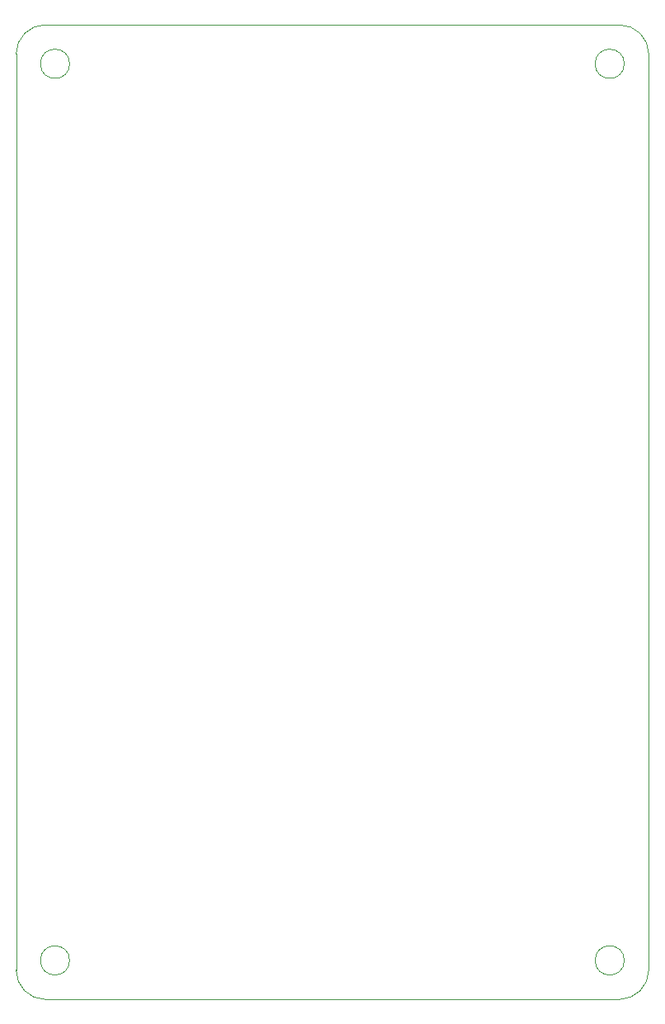
<source format=gbr>
%TF.GenerationSoftware,KiCad,Pcbnew,8.0.3*%
%TF.CreationDate,2024-07-18T02:13:28+08:00*%
%TF.ProjectId,sesto_remote_v2,73657374-6f5f-4726-956d-6f74655f7632,rev?*%
%TF.SameCoordinates,Original*%
%TF.FileFunction,Profile,NP*%
%FSLAX46Y46*%
G04 Gerber Fmt 4.6, Leading zero omitted, Abs format (unit mm)*
G04 Created by KiCad (PCBNEW 8.0.3) date 2024-07-18 02:13:28*
%MOMM*%
%LPD*%
G01*
G04 APERTURE LIST*
%TA.AperFunction,Profile*%
%ADD10C,0.050000*%
%TD*%
G04 APERTURE END LIST*
D10*
X64240000Y-37960000D02*
X123240000Y-37960000D01*
X126240000Y-40960000D02*
X126240000Y-134960000D01*
X123240000Y-137960000D02*
X64240000Y-137960000D01*
X61240000Y-134960000D02*
X61240000Y-40960000D01*
X123240000Y-37960000D02*
G75*
G02*
X126240000Y-40960000I0J-3000000D01*
G01*
X126240000Y-134960000D02*
G75*
G02*
X123240000Y-137960000I-3000000J0D01*
G01*
X61240000Y-40960000D02*
G75*
G02*
X64240000Y-37960000I3000000J0D01*
G01*
X64240000Y-137960000D02*
G75*
G02*
X61240000Y-134960000I0J3000000D01*
G01*
X123730000Y-133960000D02*
G75*
G02*
X120730000Y-133960000I-1500000J0D01*
G01*
X120730000Y-133960000D02*
G75*
G02*
X123730000Y-133960000I1500000J0D01*
G01*
X66740000Y-133960000D02*
G75*
G02*
X63740000Y-133960000I-1500000J0D01*
G01*
X63740000Y-133960000D02*
G75*
G02*
X66740000Y-133960000I1500000J0D01*
G01*
X66740000Y-41960000D02*
G75*
G02*
X63740000Y-41960000I-1500000J0D01*
G01*
X63740000Y-41960000D02*
G75*
G02*
X66740000Y-41960000I1500000J0D01*
G01*
X123730000Y-41960000D02*
G75*
G02*
X120730000Y-41960000I-1500000J0D01*
G01*
X120730000Y-41960000D02*
G75*
G02*
X123730000Y-41960000I1500000J0D01*
G01*
M02*

</source>
